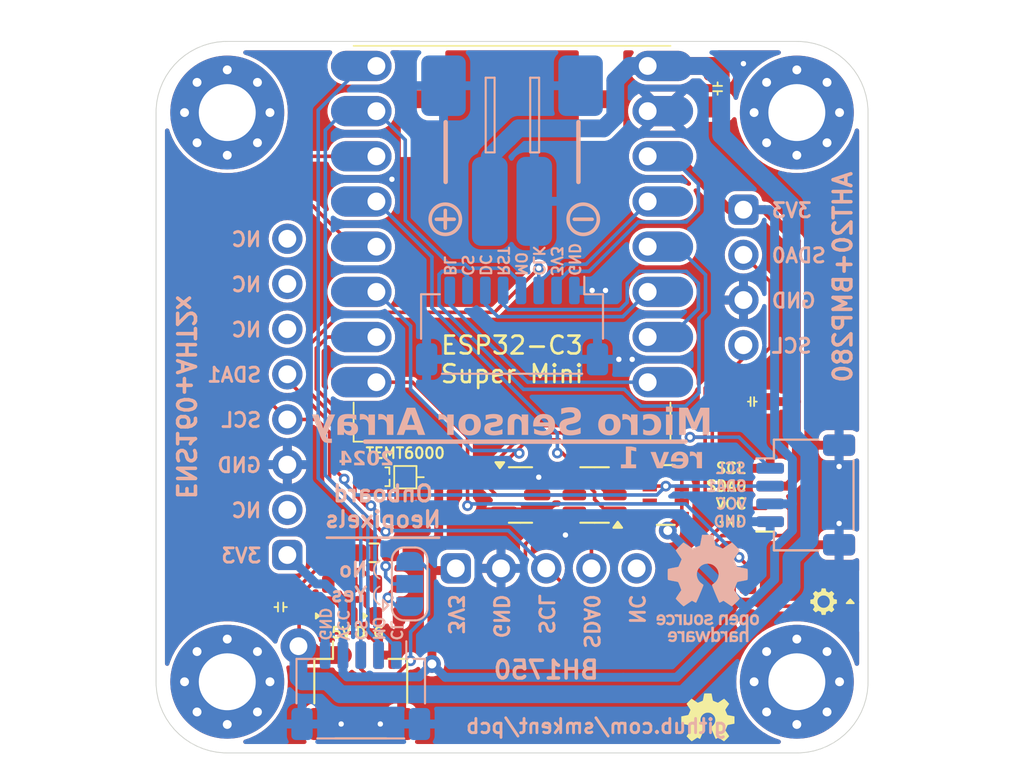
<source format=kicad_pcb>
(kicad_pcb (version 20240108) (generator "pcbnew") (generator_version "8.0")
  (layers (0 "F.Cu" signal) (31 "B.Cu" signal) (34 "B.Paste" user) (35 "F.Paste" user) (36 "B.SilkS" user "B.Silkscreen") (37 "F.SilkS" user "F.Silkscreen") (38 "B.Mask" user) (39 "F.Mask" user) (44 "Edge.Cuts" user))
  (net 0 "")
  (net 1 "LUX_SENSE")
  (net 2 "GND")
  (net 3 "+5V")
  (net 4 "Net-(LED1-A)")
  (net 5 "SEL")
  (net 6 "SDA")
  (net 7 "BUS1_SDA")
  (net 8 "BUS0_SDA")
  (net 9 "LED_STATUS")
  (net 10 "+3V3")
  (net 11 "SCL")
  (net 12 "NEOPIXEL_DATA")
  (net 13 "LCD_DC")
  (net 14 "SPI_MOSI")
  (net 15 "LCD_RESET")
  (net 16 "LCD_CS")
  (net 17 "SPI_CLK")
  (net 18 "LCD_BACKLIGHT")
  (net 19 "SR_CS")
  (net 20 "Net-(Q1A-G)")
  (net 28 "Net-(LED2-DOUT)")
  (net 29 "NEOPIXELS")
  (net 30 "Net-(JP1-C)")
  (net 31 "Net-(JP1-A)")
  (footprint "custom:JST_SH_SM04B-SRSS-TB_1x04-1MP_P1.00mm_Horizontal" (layer "F.Cu") (at 136.5 65.5 90)
    (property "Reference" "J1")
    (property "Value" "JST SH")
  )
  (footprint "custom:R_0603_1608Metric_Pad0.98x0.95mm_HandSolder_simple" (layer "F.Cu") (at 133.25 71.5 -90)
    (property "Reference" "R1" (hide yes))
    (property "Value" "5K1")
  )
  (footprint "Package_TO_SOT_SMD:SOT-23" (layer "F.Cu") (at 120.475 65.5)
    (property "Reference" "Q2" (hide yes))
    (property "Value" "BSS138")
  )
  (footprint "custom:PinSocket_1x08_P2.54mm_Horizontal_descending_simple" (layer "F.Cu") (at 107.375 51.095)
    (property "Reference" "U3" (hide yes))
    (property "Value" "~")
  )
  (footprint "custom:C_0603_1608Metric_Pad1.08x0.95mm_HandSolder" (layer "F.Cu") (at 133.5 60.25 180)
    (property "Reference" "C3" (hide yes))
    (property "Value" "10u")
  )
  (footprint "custom:C_0805_2012Metric_Pad1.18x1.45mm_HandSolder" (layer "F.Cu") (at 107 71.75 180)
    (property "Reference" "C2" (hide yes))
    (property "Value" "22u")
  )
  (footprint "Package_TO_SOT_SMD:SOT-23-6" (layer "F.Cu") (at 124.6375 65.5 180)
    (property "Reference" "Q1" (hide yes))
    (property "Value" "2N7002DW")
  )
  (footprint "lcsc:LED-SMD_4P-L2.0-W2.0-BR-1" (layer "F.Cu") (at 113 71.4 -90)
    (property "Reference" "LED2")
    (property "Value" "WS2812B-2020")
  )
  (footprint "Resistor_SMD:R_Array_Convex_4x0603" (layer "F.Cu") (at 128.6375 65.5)
    (property "Reference" "RN1" (hide yes))
    (property "Value" "10K")
  )
  (footprint "MountingHole:MountingHole_3.2mm_M3_Pad_Via" (layer "F.Cu") (at 136 76)
    (property "Reference" "REF**" (hide yes))
    (property "Value" "MountingHole_3.2mm_M3_Pad_Via")
  )
  (footprint "graphics:icon-gear-1.5mm" (layer "F.Cu") (at 137.5 71.5 90)
    (property "Reference" "G***" (hide yes))
    (property "Value" "LOGO" (hide yes))
  )
  (footprint "custom:R_0603_1608Metric_Pad0.98x0.95mm_HandSolder_simple" (layer "F.Cu") (at 114 66.5)
    (property "Reference" "R2" (hide yes))
    (property "Value" "10K")
  )
  (footprint "custom:PinSocket_1x05_P2.54mm_Horizontal_simple" (layer "F.Cu") (at 116.84 69.625 90)
    (property "Reference" "U4" (hide yes))
    (property "Value" "~")
  )
  (footprint "MountingHole:MountingHole_3.2mm_M3_Pad_Via" (layer "F.Cu") (at 104 44)
    (property "Reference" "REF**" (hide yes))
    (property "Value" "MountingHole_3.2mm_M3_Pad_Via")
  )
  (footprint "lcsc:LED-SMD_4P-L2.0-W2.0-BR-1" (layer "F.Cu") (at 110.325 71.4 -90)
    (property "Reference" "LED3")
    (property "Value" "WS2812B-2020")
  )
  (footprint "MountingHole:MountingHole_3.2mm_M3_Pad_Via" (layer "F.Cu") (at 136 44)
    (property "Reference" "REF**" (hide yes))
    (property "Value" "MountingHole_3.2mm_M3_Pad_Via")
  )
  (footprint "aliexpress:ESP32-C3-Super-Mini-Castellated-SMD" (layer "F.Cu") (at 120 49)
    (property "Reference" "U1" (hide yes))
    (property "Value" "~")
  )
  (footprint "custom:C_0805_2012Metric_Pad1.18x1.45mm_HandSolder" (layer "F.Cu") (at 131.5 42.65 -90)
    (property "Reference" "C1" (hide yes))
    (property "Value" "22u")
  )
  (footprint "MountingHole:MountingHole_3.2mm_M3_Pad_Via" (layer "F.Cu") (at 104 76)
    (property "Reference" "REF**" (hide yes))
    (property "Value" "MountingHole_3.2mm_M3_Pad_Via")
  )
  (footprint "graphics:oshw-logo-3mm" (layer "F.Cu") (at 131 78)
    (property "Reference" "G***" (hide yes))
    (property "Value" "LOGO" (hide yes))
  )
  (footprint "custom:SENSORS-SMD_TEMT6000X01_HandSolder" (layer "F.Cu") (at 114 64.5)
    (property "Reference" "U5" (hide yes))
    (property "Value" "TEMT6000X01")
  )
  (footprint "custom:LED_0603_1608Metric_Pad1.05x0.95mm_HandSolder_simple" (layer "F.Cu") (at 139 71.5 -90)
    (property "Reference" "LED1" (hide yes))
    (property "Value" "Blue")
  )
  (footprint "Resistor_SMD:R_0603_1608Metric_Pad0.98x0.95mm_HandSolder" (layer "F.Cu") (at 112.25 68.75)
    (property "Reference" "R3" (hide yes))
    (property "Value" "100R")
  )
  (footprint "custom:JST_SH_SM03B-SRSS-TB_1x03-1MP_P1.00mm_Horizontal" (layer "F.Cu") (at 111.5 76.5)
    (property "Reference" "J3")
    (property "Value" "JST SH")
  )
  (footprint "custom:PinSocket_1x04_P2.54mm_Horizontal_descending_simple" (layer "F.Cu") (at 133 57.08 180)
    (property "Reference" "U2" (hide yes))
    (property "Value" "~")
  )
  (footprint "custom:JST_SH_SM04B-SRSS-TB_1x04-1MP_P1.00mm_Horizontal" (layer "B.Cu") (at 136.5 65.5 -90)
    (property "Reference" "J2")
    (property "Value" "JST SH")
  )
  (footprint "custom:JST_SH_SM08B-SRSS-TB_1x08-1MP_P1.00mm_Horizontal" (layer "B.Cu") (at 120 56 180)
    (property "Reference" "J4")
    (property "Value" "JST SH")
  )
  (footprint "custom:JST_SH_SM05B-SRSS-TB_1x05-1MP_P1.00mm_Horizontal" (layer "B.Cu") (at 111.5 76.5 180)
    (property "Reference" "J5")
    (property "Value" "JST SH")
  )
  (footprint "custom:Conn_Combo_JST-1x02-XH_PH-SMD-pad2gnd" (layer "B.Cu") (at 120.000114 48.240541)
    (property "Reference" "J0" (hide yes))
    (property "Value" "JST XH/PH")
  )
  (footprint "Jumper:SolderJumper-3_P1.3mm_Open_RoundedPad1.0x1.5mm" (layer "B.Cu") (at 114.25 70.5 90)
    (property "Reference" "JP1" (hide yes))
    (property "Value" "Open")
  )
  (footprint "Symbol:OSHW-Logo_5.7x6mm_SilkScreen" (layer "B.Cu") (at 131 70.75 180)
    (property "Reference" "REF**" (hide yes))
    (property "Value" "OSHW-Logo_5.7x6mm_SilkScreen" (hide yes))
  )
  (gr_arc (start 112.559016 71.649999) (mid 112.25 71.15) (end 112.559016 70.650001) (stroke (width 0.1)) (layer "B.SilkS"))
  (gr_arc (start 112.559016 70.199998) (mid 112.249999 69.699999) (end 112.559016 69.2) (stroke (width 0.1)) (layer "B.SilkS"))
  (gr_line (start 116.25 50.5) (end 116.25 49.5) (stroke (width 0.2)) (layer "B.SilkS"))
  (gr_circle (center 124 50) (end 123.15 50) (stroke (width 0.2)) (fill none) (layer "B.SilkS"))
  (gr_line (start 116.75 50) (end 115.75 50) (stroke (width 0.2)) (layer "B.SilkS"))
  (gr_line (start 129.75 62.5) (end 111.75 62.5) (stroke (width 0.25)) (layer "B.SilkS"))
  (gr_circle (center 116.25 50) (end 115.4 50) (stroke (width 0.2)) (fill none) (layer "B.SilkS"))
  (gr_line (start 124.5 50) (end 123.5 50) (stroke (width 0.2)) (layer "B.SilkS"))
  (gr_line (start 115.9 67.9) (end 109.6 67.9) (stroke (width 0.15)) (layer "B.SilkS"))
  (gr_poly (pts (xy 104 40) (xy 103.80361 40.002394) (xy 103.412722 40.040893) (xy 103.02749 40.117521) (xy 102.651623 40.231539) (xy 102.288742 40.381849) (xy 101.942341 40.567004) (xy 101.615757 40.78522) (xy 101.312134 41.034397) (xy 101.034397 41.312134) (xy 100.78522 41.615757) (xy 100.567004 41.942341) (xy 100.381849 42.288742) (xy 100.231539 42.651623) (xy 100.117521 43.02749) (xy 100.040893 43.412722) (xy 100.002394 43.80361) (xy 100 44) (xy 100 54) (xy 100 66) (xy 100 76) (xy 100.002394 76.19639) (xy 100.040893 76.587278) (xy 100.117521 76.97251) (xy 100.231539 77.348377) (xy 100.381849 77.711258) (xy 100.567004 78.057659) (xy 100.78522 78.384243) (xy 101.034397 78.687866) (xy 101.312134 78.965603) (xy 101.615757 79.21478) (xy 101.942341 79.432996) (xy 102.288742 79.618151) (xy 102.651623 79.768461) (xy 103.02749 79.882479) (xy 103.412722 79.959107) (xy 103.80361 79.997606) (xy 104 80) (xy 136 80) (xy 136.19639 79.997606) (xy 136.587278 79.959107) (xy 136.97251 79.882479) (xy 137.348377 79.768461) (xy 137.711258 79.618151) (xy 138.057659 79.432996) (xy 138.384243 79.21478) (xy 138.687866 78.965603) (xy 138.965603 78.687866) (xy 139.21478 78.384243) (xy 139.432996 78.057659) (xy 139.618151 77.711258) (xy 139.768461 77.348377) (xy 139.882479 76.97251) (xy 139.959107 76.587278) (xy 139.997606 76.19639) (xy 140 76) (xy 140 66) (xy 140 54) (xy 140 44) (xy 139.997606 43.80361) (xy 139.959107 43.412722) (xy 139.882479 43.02749) (xy 139.768461 42.651623) (xy 139.618151 42.288742) (xy 139.432996 41.942341) (xy 139.21478 41.615757) (xy 138.965603 41.312134) (xy 138.687866 41.034397) (xy 138.384243 40.78522) (xy 138.057659 40.567004) (xy 137.711258 40.381849) (xy 137.348377 40.231539) (xy 136.97251 40.117521) (xy 136.587278 40.040893) (xy 136.19639 40.002394) (xy 136 40)) (stroke (width 0.05)) (fill none) (layer "Edge.Cuts"))
  (gr_text "GND" (at 119.38 71 270) (layer "B.SilkS") (effects (font (size 0.8 0.8) (thickness 0.16) (bold yes)) (justify right mirror)))
  (gr_text "NC" (at 127 71 270) (layer "B.SilkS") (effects (font (size 0.8 0.8) (thickness 0.16) (bold yes)) (justify right mirror)))
  (gr_text "3V3" (at 106 68.91 0) (layer "B.SilkS") (effects (font (size 0.8 0.8) (thickness 0.16) (bold yes)) (justify left mirror)))
  (gr_text "CS" (at 117.5 53.25 -90) (layer "B.SilkS") (effects (font (size 0.6 0.6) (thickness 0.12) (bold yes)) (justify left mirror)))
  (gr_text "Micro Sensor Array" (at 120 61.5 -0) (layer "B.SilkS") (effects (font (size 1.5 1.5) (thickness 0.3) (bold yes)) (justify mirror)))
  (gr_text "GND" (at 109.5 73.75 -90) (layer "B.SilkS") (effects (font (size 0.6 0.6) (thickness 0.12) (bold yes)) (justify left mirror)))
  (gr_text "SDA1" (at 106 58.75 0) (layer "B.SilkS") (effects (font (size 0.8 0.8) (thickness 0.16) (bold yes)) (justify left mirror)))
  (gr_text "No" (at 111.95 69.699999 0) (layer "B.SilkS") (effects (font (size 0.8 0.8) (thickness 0.16) (bold yes)) (justify left mirror)))
  (gr_text "Onboard\nNeopixels" (at 112.75 67.4 0) (layer "B.SilkS") (effects (font (size 0.9 0.9) (thickness 0.18) (bold yes)) (justify bottom mirror)))
  (gr_text "MO" (at 112.5 73.75 -90) (layer "B.SilkS") (effects (font (size 0.6 0.6) (thickness 0.12) (bold yes)) (justify left mirror)))
  (gr_text "SDA0" (at 124.46 71 270) (layer "B.SilkS") (effects (font (size 0.8 0.8) (thickness 0.16) (bold yes)) (justify right mirror)))
  (gr_text "rev 1" (at 126 63.5 0) (layer "B.SilkS") (effects (font (size 1.2 1.2) (thickness 0.24) (bold yes)) (justify right mirror)))
  (gr_text "github.com/smkent/pcb" (at 124.75 78.5 0) (layer "B.SilkS") (effects (font (size 0.8 0.8) (thickness 0.16) (bold yes)) (justify mirror)))
  (gr_text "GND" (at 123.5 53.25 -90) (layer "B.SilkS") (effects (font (size 0.6 0.6) (thickness 0.12) (bold yes)) (justify left mirror)))
  (gr_text "BL" (at 116.5 53.25 -90) (layer "B.SilkS") (effects (font (size 0.6 0.6) (thickness 0.12) (bold yes)) (justify left mirror)))
  (gr_text "SCL" (at 121.92 71 270) (layer "B.SilkS") (effects (font (size 0.8 0.8) (thickness 0.16) (bold yes)) (justify right mirror)))
  (gr_text "RST" (at 119.5 53.25 -90) (layer "B.SilkS") (effects (font (size 0.6 0.6) (thickness 0.12) (bold yes)) (justify left mirror)))
  (gr_text "NC" (at 106 56.21 0) (layer "B.SilkS") (effects (font (size 0.8 0.8) (thickness 0.16) (bold yes)) (justify left mirror)))
  (gr_text "AHT20+BMP280" (at 138 53.25 90) (layer "B.SilkS") (effects (font (size 1 1) (thickness 0.2) (bold yes)) (justify top mirror)))
  (gr_text "MO" (at 120.5 53.25 -90) (layer "B.SilkS") (effects (font (size 0.6 0.6) (thickness 0.12) (bold yes)) (justify left mirror)))
  (gr_text "VCC" (at 133.25 66 0) (layer "B.SilkS") (effects (font (size 0.6 0.6) (thickness 0.12) (bold yes)) (justify left mirror)))
  (gr_text "VCC" (at 110.5 73.75 -90) (layer "B.SilkS") (effects (font (size 0.6 0.6) (thickness 0.12) (bold yes)) (justify left mirror)))
  (gr_text "GND" (at 106 63.83 0) (layer "B.SilkS") (effects (font (size 0.8 0.8) (thickness 0.16) (bold yes)) (justify left mirror)))
  (gr_text "DC" (at 118.5 53.25 -90) (layer "B.SilkS") (effects (font (size 0.6 0.6) (thickness 0.12) (bold yes)) (justify left mirror)))
  (gr_text "BH1750" (at 121.92 74.75 0) (layer "B.SilkS") (effects (font (size 1 1) (thickness 0.2) (bold yes)) (justify top mirror)))
  (gr_text "3V3" (at 122.5 53.25 -90) (layer "B.SilkS") (effects (font (size 0.6 0.6) (thickness 0.12) (bold yes)) (justify left mirror)))
  (gr_text "ENS160+AHT2x" (at 102.25 60 -90) (layer "B.SilkS") (effects (font (size 1 1) (thickness 0.2) (bold yes)) (justify top mirror)))
  (gr_text "NC" (at 106 51.13 0) (layer "B.SilkS") (effects (font (size 0.8 0.8) (thickness 0.16) (bold yes)) (justify left mirror)))
  (gr_text "SCL" (at 134.5 57.12 0) (layer "B.SilkS") (effects (font (size 0.8 0.8) (thickness 0.16) (bold yes)) (justify right mirror)))
  (gr_text "CL" (at 113.5 73.75 -90) (layer "B.SilkS") (effects (font (size 0.6 0.6) (thickness 0.12) (bold yes)) (justify left mirror)))
  (gr_text "GND" (at 134.5 54.58 0) (layer "B.SilkS") (effects (font (size 0.8 0.8) (thickness 0.16) (bold yes)) (justify right mirror)))
  (gr_text "SDA1" (at 133.25 65 0) (layer "B.SilkS") (effects (font (size 0.6 0.6) (thickness 0.12) (bold yes)) (justify left mirror)))
  (gr_text "NC" (at 106 53.67 0) (layer "B.SilkS") (effects (font (size 0.8 0.8) (thickness 0.16) (bold yes)) (justify left mirror)))
  (gr_text "NC" (at 106 66.37 0) (layer "B.SilkS") (effects (font (size 0.8 0.8) (thickness 0.16) (bold yes)) (justify left mirror)))
  (gr_text "CS" (at 111.5 73.75 -90) (layer "B.SilkS") (effects (font (size 0.6 0.6) (thickness 0.12) (bold yes)) (justify left mirror)))
  (gr_text "SDA0" (at 134.5 52.04 0) (layer "B.SilkS") (effects (font (size 0.8 0.8) (thickness 0.16) (bold yes)) (justify right mirror)))
  (gr_text "3V3" (at 134.5 49.5 0) (layer "B.SilkS") (effects (font (size 0.8 0.8) (thickness 0.16) (bold yes)) (justify right mirror)))
  (gr_text "CLK" (at 121.5 53.25 -90) (layer "B.SilkS") (effects (font (size 0.6 0.6) (thickness 0.12) (bold yes)) (justify left mirror)))
  (gr_text "SCL" (at 106 61.29 0) (layer "B.SilkS") (effects (font (size 0.8 0.8) (thickness 0.16) (bold yes)) (justify left mirror)))
  (gr_text "GND" (at 133.25 67 0) (layer "B.SilkS") (effects (font (size 0.6 0.6) (thickness 0.12) (bold yes)) (justify left mirror)))
  (gr_text "2024" (at 110.25 63.5 0) (layer "B.SilkS") (effects (font (size 0.8 0.8) (thickness 0.24) (bold yes)) (justify right mirror)))
  (gr_text "SCL" (at 133.2 64 0) (layer "B.SilkS") (effects (font (size 0.6 0.6) (thickness 0.12) (bold yes)) (justify left mirror)))
  (gr_text "Yes" (at 111.95 71.1 0) (layer "B.SilkS") (effects (font (size 0.8 0.8) (thickness 0.16) (bold yes)) (justify left mirror)))
  (gr_text "3V3" (at 116.84 71 270) (layer "B.SilkS") (effects (font (size 0.8 0.8) (thickness 0.16) (bold yes)) (justify right mirror)))
  (gr_text "VCC" (at 133.25 66 0) (layer "F.SilkS") (effects (font (size 0.6 0.6) (thickness 0.12) (bold yes)) (justify right)))
  (gr_text "SCL" (at 133.2 64 0) (layer "F.SilkS") (effects (font (size 0.6 0.6) (thickness 0.12) (bold yes)) (justify right)))
  (gr_text "SDA0" (at 133.25 65 0) (layer "F.SilkS") (effects (font (size 0.6 0.6) (thickness 0.12) (bold yes)) (justify right)))
  (gr_text "5V" (at 110.4 73.6 0) (layer "F.SilkS") (effects (font (size 0.6 0.6) (thickness 0.12) (bold yes)) (justify bottom)))
  (gr_text "G" (at 112.5 73.6 0) (layer "F.SilkS") (effects (font (size 0.6 0.6) (thickness 0.12) (bold yes)) (justify bottom)))
  (gr_text "GND" (at 133.25 67 0) (layer "F.SilkS") (effects (font (size 0.6 0.6) (thickness 0.12) (bold yes)) (justify right)))
  (gr_text "D" (at 111.5 73.6 0) (layer "F.SilkS") (effects (font (size 0.6 0.6) (thickness 0.12) (bold yes)) (justify bottom)))
  (gr_text "TEMT6000" (at 114 63.5 0) (layer "F.SilkS") (effects (font (size 0.6 0.6) (thickness 0.12) (bold yes)) (justify bottom)))
  (segment (start 111.69 63.94) (end 110.95 63.2) (width 0.2) (layer "F.Cu") (net 1))
  (segment (start 109 59.535) (end 109 57.25) (width 0.2) (layer "F.Cu") (net 1))
  (segment (start 112.77 63.94) (end 112.12 63.94) (width 0.2) (layer "F.Cu") (net 1))
  (segment (start 113.0875 64.2575) (end 112.77 63.94) (width 0.2) (layer "F.Cu") (net 1))
  (segment (start 109.63 56.62) (end 112.38 56.62) (width 0.2) (layer "F.Cu") (net 1))
  (segment (start 110.95 63.2) (end 110.95 61.485) (width 0.2) (layer "F.Cu") (net 1))
  (segment (start 112.12 63.94) (end 111.69 63.94) (width 0.2) (layer "F.Cu") (net 1))
  (segment (start 113.0875 66.5) (end 113.0875 64.2575) (width 0.2) (layer "F.Cu") (net 1))
  (segment (start 109 57.25) (end 109.63 56.62) (width 0.2) (layer "F.Cu") (net 1))
  (segment (start 110.95 61.485) (end 109 59.535) (width 0.2) (layer "F.Cu") (net 1))
  (segment (start 111.415686 72.85) (end 112.5 73.934314) (width 0.2) (layer "F.Cu") (net 2))
  (segment (start 110.975 72.725) (end 111.1 72.85) (width 0.2) (layer "F.Cu") (net 2))
  (segment (start 111.1 72.85) (end 111.415686 72.85) (width 0.2) (layer "F.Cu") (net 2))
  (segment (start 112.5 73.934314) (end 112.5 74.5) (width 0.2) (layer "F.Cu") (net 2))
  (segment (start 110.975 72.3) (end 110.975 72.725) (width 0.2) (layer "F.Cu") (net 2))
  (via (at 121.5 64.5) (size 0.6) (drill 0.3) (layers "F.Cu" "B.Cu") (net 2))
  (via (at 110.4 78.375) (size 0.6) (drill 0.3) (layers "F.Cu" "B.Cu") (net 2))
  (via (at 138.375 67.1) (size 0.6) (drill 0.3) (layers "F.Cu" "B.Cu") (net 2))
  (via (at 123 67.75) (size 0.6) (drill 0.3) (layers "F.Cu" "B.Cu") (net 2))
  (via (at 126.75 57.875) (size 0.6) (drill 0.3) (layers "F.Cu" "B.Cu") (net 2))
  (via (at 124.5 54) (size 0.6) (drill 0.3) (layers "F.Cu" "B.Cu") (net 2))
  (via (at 138.375 63.9) (size 0.6) (drill 0.3) (layers "F.Cu" "B.Cu") (net 2))
  (via (at 133 41.25) (size 0.6) (drill 0.3) (layers "F.Cu" "B.Cu") (net 2))
  (via (at 112.6 78.375) (size 0.6) (drill 0.3) (layers "F.Cu" "B.Cu") (net 2))
  (via (at 113.25 47.75) (size 0.6) (drill 0.3) (layers "F.Cu" "B.Cu") (net 2))
  (via (at 126 57.875) (size 0.6) (drill 0.3) (layers "F.Cu" "B.Cu") (net 2))
  (via (at 125.25 54) (size 0.6) (drill 0.3) (layers "F.Cu" "B.Cu") (net 2))
  (segment (start 134.5 67) (end 134.75 67) (width 0.2) (layer "B.Cu") (net 2))
  (segment (start 108.0375 71.2125) (end 108.0375 71.75) (width 0.2) (layer "F.Cu") (net 3))
  (segment (start 109.675 70.5) (end 108.75 70.5) (width 0.2) (layer "F.Cu") (net 3))
  (segment (start 108 74) (end 108.5 74.5) (width 1) (layer "F.Cu") (net 3))
  (segment (start 111.55 69.7) (end 110.475 69.7) (width 0.2) (layer "F.Cu") (net 3))
  (segment (start 109.5 74.5) (end 108.0375 73.0375) (width 0.2) (layer "F.Cu") (net 3))
  (segment (start 108.75 70.5) (end 108.0375 71.2125) (width 0.2) (layer "F.Cu") (net 3))
  (segment (start 110.5 74.5) (end 109.5 74.5) (width 0.2) (layer "F.Cu") (net 3))
  (segment (start 127.62 41.38) (end 131.2675 41.38) (width 1) (layer "F.Cu") (net 3))
  (segment (start 108.0375 73.0375) (end 108.0375 71.75) (width 0.2) (layer "F.Cu") (net 3))
  (segment (start 131.2675 41.38) (end 131.5 41.6125) (width 1) (layer "F.Cu") (net 3))
  (segment (start 108.5 74.5) (end 110.5 74.5) (width 1) (layer "F.Cu") (net 3))
  (segment (start 110.475 69.7) (end 109.675 70.5) (width 0.2) (layer "F.Cu") (net 3))
  (segment (start 112.35 70.5) (end 111.55 69.7) (width 0.2) (layer "F.Cu") (net 3))
  (via (at 108 74) (size 2) (drill 1) (layers "F.Cu" "B.Cu") (net 3))
  (segment (start 135.7 62.106498) (end 136.7 63.106498) (width 1) (layer "B.Cu") (net 3))
  (segment (start 126.62 41.38) (end 127.62 41.38) (width 1) (layer "B.Cu") (net 3))
  (segment (start 118.750114 46.490541) (end 119.796671 45.443984) (width 1) (layer "B.Cu") (net 3))
  (segment (start 131.75 42.25) (end 131.75 45.265433) (width 1) (layer "B.Cu") (net 3))
  (segment (start 135.7 69.05) (end 135.7 70.643503) (width 1) (layer "B.Cu") (net 3))
  (segment (start 125.800114 44.236413) (end 125.800114 42.199886) (width 1) (layer "B.Cu") (net 3))
  (segment (start 120.359459 44.890541) (end 125.145986 44.890541) (width 1) (layer "B.Cu") (net 3))
  (segment (start 118.750114 48.990541) (end 118.750114 46.490541) (width 1) (layer "B.Cu") (net 3))
  (segment (start 135.7 70.643503) (end 129.643503 76.7) (width 1) (layer "B.Cu") (net 3))
  (segment (start 108 75.75) (end 108 74) (width 1) (layer "B.Cu") (net 3))
  (segment (start 110.356498 76.7) (end 109.631498 75.975) (width 1) (layer "B.Cu") (net 3))
  (segment (start 125.145986 44.890541) (end 125.800114 44.236413) (width 1) (layer "B.Cu") (net 3))
  (segment (start 109.631498 75.975) (end 108.225 75.975) (width 1) (layer "B.Cu") (net 3))
  (segment (start 129.643503 76.7) (end 110.356498 76.7) (width 1) (layer "B.Cu") (net 3))
  (segment (start 135.7 49.215433) (end 135.7 62.106498) (width 1) (layer "B.Cu") (net 3))
  (segment (start 108.225 75.975) (end 108 75.75) (width 1) (layer "B.Cu") (net 3))
  (segment (start 127.62 41.38) (end 130.88 41.38) (width 1) (layer "B.Cu") (net 3))
  (segment (start 136.7 63.106498) (end 136.7 68.05) (width 1) (layer "B.Cu") (net 3))
  (segment (start 131.75 45.265433) (end 135.7 49.215433) (width 1) (layer "B.Cu") (net 3))
  (segment (start 125.800114 42.199886) (end 126.62 41.38) (width 1) (layer "B.Cu") (net 3))
  (segment (start 136.7 68.05) (end 135.7 69.05) (width 1) (layer "B.Cu") (net 3))
  (segment (start 130.88 41.38) (end 131.75 42.25) (width 1) (layer "B.Cu") (net 3))
  (segment (start 119.796671 45.443984) (end 119.806016 45.443984) (width 1) (layer "B.Cu") (net 3))
  (segment (start 119.806016 45.443984) (end 120.359459 44.890541) (width 1) (layer "B.Cu") (net 3))
  (segment (start 134.45625 71.75) (end 137.8125 71.75) (width 0.2) (layer "F.Cu") (net 4))
  (segment (start 138.4375 72.375) (end 139 72.375) (width 0.2) (layer "F.Cu") (net 4))
  (segment (start 137.8125 71.75) (end 138.4375 72.375) (width 0.2) (layer "F.Cu") (net 4))
  (segment (start 133.79375 72.4125) (end 134.45625 71.75) (width 0.2) (layer "F.Cu") (net 4))
  (segment (start 133.25 72.4125) (end 133.79375 72.4125) (width 0.2) (layer "F.Cu") (net 4))
  (segment (start 119.5375 63.737634) (end 120.875134 62.4) (width 0.2) (layer "F.Cu") (net 5))
  (segment (start 122.653052 62.4) (end 124.4625 64.209448) (width 0.2) (layer "F.Cu") (net 5))
  (segment (start 124.4625 64.540552) (end 125.421948 65.5) (width 0.2) (layer "F.Cu") (net 5))
  (segment (start 120.875134 62.4) (end 122.653052 62.4) (width 0.2) (layer "F.Cu") (net 5))
  (segment (start 125.421948 65.5) (end 125.775 65.5) (width 0.2) (layer "F.Cu") (net 5))
  (segment (start 124.4625 64.209448) (end 124.4625 64.540552) (width 0.2) (layer "F.Cu") (net 5))
  (segment (start 119.5375 64.55) (end 119.5375 63.737634) (width 0.2) (layer "F.Cu") (net 5))
  (via (at 120.403989 63.153989) (size 0.6) (drill 0.3) (layers "F.Cu" "B.Cu") (net 5))
  (segment (start 120.403989 63.153989) (end 120.25 63) (width 0.2) (layer "B.Cu") (net 5))
  (segment (start 114.3 56) (end 112.38 54.08) (width 0.2) (layer "B.Cu") (net 5))
  (segment (start 114.3 59.55) (end 114.3 56) (width 0.2) (layer "B.Cu") (net 5))
  (segment (start 120.25 63) (end 117.75 63) (width 0.2) (layer "B.Cu") (net 5))
  (segment (start 117.75 63) (end 114.3 59.55) (width 0.2) (layer "B.Cu") (net 5))
  (segment (start 123.5 64.55) (end 123.853052 64.55) (width 0.2) (layer "F.Cu") (net 6))
  (segment (start 124.6375 65.334448) (end 124.6375 65.75) (width 0.2) (layer "F.Cu") (net 6))
  (segment (start 122.828788 63.141422) (end 123.5 63.812634) (width 0.2) (layer "F.Cu") (net 6))
  (segment (start 123.853052 64.55) (end 124.6375 65.334448) (width 0.2) (layer "F.Cu") (net 6))
  (segment (start 125.3375 66.45) (end 125.775 66.45) (width 0.2) (layer "F.Cu") (net 6))
  (segment (start 123.5 63.812634) (end 123.5 64.55) (width 0.2) (layer "F.Cu") (net 6))
  (segment (start 124.6375 65.75) (end 125.3375 66.45) (width 0.2) (layer "F.Cu") (net 6))
  (segment (start 122.545944 63.141422) (end 122.828788 63.141422) (width 0.2) (layer "F.Cu") (net 6))
  (via (at 122.545944 63.141422) (size 0.6) (drill 0.3) (layers "F.Cu" "B.Cu") (net 6))
  (segment (start 115.5 54.981238) (end 115.5 52.12) (width 0.2) (layer "B.Cu") (net 6))
  (segment (start 115.5 52.12) (end 112.38 49) (width 0.2) (layer "B.Cu") (net 6))
  (segment (start 122.545944 63.141422) (end 122.545944 62.027182) (width 0.2) (layer "B.Cu") (net 6))
  (segment (start 122.545944 62.027182) (end 115.5 54.981238) (width 0.2) (layer "B.Cu") (net 6))
  (segment (start 127.8375 65) (end 127.7375 65.1) (width 0.2) (layer "F.Cu") (net 7))
  (segment (start 127.7375 65.1) (end 127.1375 65.1) (width 0.2) (layer "F.Cu") (net 7))
  (segment (start 110.15 61.816372) (end 107.375 59.041372) (width 0.2) (layer "F.Cu") (net 7))
  (segment (start 126.5875 64.55) (end 125.775 64.55) (width 0.2) (layer "F.Cu") (net 7))
  (segment (start 127.1375 65.1) (end 126.5875 64.55) (width 0.2) (layer "F.Cu") (net 7))
  (segment (start 128.637498 65) (end 127.8375 65) (width 0.2) (layer "F.Cu") (net 7))
  (segment (start 107.375 59.041372) (end 107.375 58.715) (width 0.2) (layer "F.Cu") (net 7))
  (segment (start 110.57 64.601162) (end 110.15 64.181162) (width 0.2) (layer "F.Cu") (net 7))
  (segment (start 110.15 64.181162) (end 110.15 61.816372) (width 0.2) (layer "F.Cu") (net 7))
  (via (at 110.57 64.601162) (size 0.6) (drill 0.3) (layers "F.Cu" "B.Cu") (net 7))
  (via (at 128.637498 65) (size 0.6) (drill 0.3) (layers "F.Cu" "B.Cu") (net 7))
  (segment (start 128.137498 65.5) (end 128.637498 65) (width 0.2) (layer "B.Cu") (net 7))
  (segment (start 111.25 65.5) (end 128.137498 65.5) (width 0.2) (layer "B.Cu") (net 7))
  (segment (start 134.5 65) (end 128.637498 65) (width 0.2) (layer "B.Cu") (net 7))
  (segment (start 110.57 64.82) (end 111.25 65.5) (width 0.2) (layer "B.Cu") (net 7))
  (segment (start 110.57 64.601162) (end 110.57 64.82) (width 0.2) (layer "B.Cu") (net 7))
  (segment (start 122.55 66.45) (end 123.5 66.45) (width 0.2) (layer "F.Cu") (net 8))
  (segment (start 134.5 53.5) (end 133 52) (width 0.2) (layer "F.Cu") (net 8))
  (segment (start 121.443654 70.775) (end 120.75 70.081346) (width 0.2) (layer "F.Cu") (net 8))
  (segment (start 122.925 71.175) (end 122.460673 70.710673) (width 0.2) (layer "F.Cu") (net 8))
  (segment (start 126.9375 66.7) (end 126.5375 67.1) (width 0.2) (layer "F.Cu") (net 8))
  (segment (start 135.217157 67.782843) (end 135.575 67.425) (width 0.2) (layer "F.Cu") (net 8))
  (segment (start 135.274999 66) (end 134.5 66) (width 0.2) (layer "F.Cu") (net 8))
  (segment (start 120.75 68.25) (end 122.55 66.45) (width 0.2) (layer "F.Cu") (net 8))
  (segment (start 131.782843 67.782843) (end 128.390686 71.175) (width 0.2) (layer "F.Cu") (net 8))
  (segment (start 134.25 66.25) (end 132 66.25) (width 0.2) (layer "F.Cu") (net 8))
  (segment (start 122.396346 70.775) (end 121.443654 70.775) (width 0.2) (layer "F.Cu") (net 8))
  (segment (start 124.15 67.1) (end 123.5 66.45) (width 0.2) (layer "F.Cu") (net 8))
  (segment (start 131.8 59.1) (end 132.265685 59.1) (width 0.2) (layer "F.Cu") (net 8))
  (segment (start 135.575 66.300001) (end 135.274999 66) (width 0.2) (layer "F.Cu") (net 8))
  (segment (start 124.46 67.16) (end 124.4 67.1) (width 0.2) (layer "F.Cu") (net 8))
  (segment (start 131.782843 67.782843) (end 135.217157 67.782843) (width 0.2) (layer "F.Cu") (net 8))
  (segment (start 122.460673 70.710673) (end 122.396346 70.775) (width 0.2) (layer "F.Cu") (net 8))
  (segment (start 135.575 67.425) (end 135.575 66.300001) (width 0.2) (layer "F.Cu") (net 8))
  (segment (start 133.476346 58.23) (end 134.5 57.206346) (width 0.2) (layer "F.Cu") (net 8))
  (segment (start 133.135685 58.23) (end 133.476346 58.23) (width 0.2) (layer "F.Cu") (net 8))
  (segment (start 132 66.25) (end 131.25 65.5) (width 0.2) (layer "F.Cu") (net 8))
  (segment (start 124.46 69.625) (end 124.46 67.16) (width 0.2) (layer "F.Cu") (net 8))
  (segment (start 124.4 67.1) (end 124.15 67.1) (width 0.2) (layer "F.Cu") (net 8))
  (segment (start 127.7375 66.7) (end 126.9375 66.7) (width 0.2) (layer "F.Cu") (net 8))
  (segment (start 131.25 59.65) (end 131.8 59.1) (width 0.2) (layer "F.Cu") (net 8))
  (segment (start 120.75 70.081346) (end 120.75 68.25) (width 0.2) (layer "F.Cu") (net 8))
  (segment (start 131.25 65.5) (end 131.25 59.65) (width 0.2) (layer "F.Cu") (net 8))
  (segment (start 132.265685 59.1) (end 133.135685 58.23) (width 0.2) (layer "F.Cu") (net 8))
  (segment (start 134.5 66) (end 134.25 66.25) (width 0.2) (layer "F.Cu") (net 8))
  (segment (start 128.390686 71.175) (end 122.925 71.175) (width 0.2) (layer "F.Cu") (net 8))
  (segment (start 134.5 57.206346) (end 134.5 53.5) (width 0.2) (layer "F.Cu") (net 8))
  (segment (start 126.5375 67.1) (end 124.15 67.1) (width 0.2) (layer "F.Cu") (net 8))
  (segment (start 117.5 62.25) (end 114.41 59.16) (width 0.2) (layer "F.Cu") (net 9))
  (segment (start 117.5 66.1) (end 117.5 62.25) (width 0.2) (layer "F.Cu") (net 9))
  (segment (start 132.75 69) (end 133.25 69.5) (width 0.2) (layer "F.Cu") (net 9))
  (segment (start 133.25 69.5) (end 133.25 70.5875) (width 0.2) (layer "F.Cu") (net 9))
  (segment (start 114.41 59.16) (end 112.38 59.16) (width 0.2) (layer "F.Cu") (net 9))
  (via (at 117.5 66.1) (size 0.6) (drill 0.3) (layers "F.Cu" "B.Cu") (net 9))
  (via (at 132.75 69) (size 0.6) (drill 0.3) (layers "F.Cu" "B.Cu") (net 9))
  (segment (start 129.75 66) (end 132.75 69) (width 0.2) (layer "B.Cu") (net 9))
  (segment (start 117.6 66) (end 129.75 66) (width 0.2) (layer "B.Cu") (net 9))
  (segment (start 117.5 66.1) (end 117.6 66) (width 0.2) (layer "B.Cu") (net 9))
  (segment (start 115.5 69.75) (end 116.715 69.75) (width 0.5) (layer "F.Cu") (net 10))
  (segment (start 115.5 68.25) (end 115.88 67.87) (width 0.5) (layer "F.Cu") (net 10))
  (segment (start 129.5375 65.9) (end 129.5375 66.7) (width 0.2) (layer "F.Cu") (net 10))
  (segment (start 115.5 69.75) (end 115.5 68.25) (width 0.5) (layer "F.Cu") (net 10))
  (segment (start 132.21 49.46) (end 129.21 46.46) (width 0.5) (layer "F.Cu") (net 10))
  (segment (start 129.5375 65.9) (end 129.5375 64.3) (width 0.2) (layer "F.Cu") (net 10))
  (segment (start 133 49.46) (end 132.21 49.46) (width 0.5) (layer "F.Cu") (net 10))
  (segment (start 135.975 64.506238) (end 135.481238 65) (width 0.5) (layer "F.Cu") (net 10))
  (segment (start 115.88 67.87) (end 115.88 64.5) (width 0.5) (layer "F.Cu") (net 10))
  (segment (start 135.975 51.225) (end 134.21 49.46) (width 0.5) (layer "F.Cu") (net 10))
  (segment (start 129.21 46.46) (end 127.62 46.46) (width 0.5) (layer "F.Cu") (net 10))
  (segment (start 135.975 60.25) (end 135.975 51.225) (width 0.5) (layer "F.Cu") (net 10))
  (segment (start 128.75 67.5) (end 128.75 67.4875) (width 0.5) (layer "F.Cu") (net 10))
  (segment (start 116.715 69.75) (end 116.84 69.625) (width 0.5) (layer "F.Cu") (net 10))
  (segment (start 135.481238 65) (end 134.5 65) (width 0.5) (layer "F.Cu") (net 10))
  (segment (start 134.21 49.46) (end 133 49.46) (width 0.5) (layer "F.Cu") (net 10))
  (segment (start 128.75 67.4875) (end 129.5375 66.7) (width 0.5) (layer "F.Cu") (net 10))
  (segment (start 115.5 75) (end 115.5 69.75) (width 0.5) (layer "F.Cu") (net 10))
  (segment (start 135.975 60.25) (end 135.975 64.506238) (width 0.5) (layer "F.Cu") (net 10))
  (segment (start 135.975 60.25) (end 134.3625 60.25) (width 0.5) (layer "F.Cu") (net 10))
  (via (at 128.75 67.5) (size 1) (drill 0.5) (layers "F.Cu" "B.Cu") (net 10))
  (via (at 115.5 75) (size 1) (drill 0.5) (layers "F.Cu" "B.Cu") (net 10))
  (segment (start 115.5 75) (end 116.25 75.75) (width 0.5) (layer "B.Cu") (net 10))
  (segment (start 134.75 62.5) (end 134.75 49.75) (width 0.5) (layer "B.Cu") (net 10))
  (segment (start 122.5 54) (end 122.5 53.584448) (width 0.2) (layer "B.Cu") (net 10))
  (segment (start 109.25 70.5) (end 109 70.5) (width 0.5) (layer "B.Cu") (net 10))
  (segment (start 128.75 67.5) (end 133.125 71.875) (width 0.5) (layer "B.Cu") (net 10))
  (segment (start 134.75 70.25) (end 134.75 68.5) (width 0.5) (layer "B.Cu") (net 10))
  (segment (start 133.125 71.875) (end 134.75 70.25) (width 0.5) (layer "B.Cu") (net 10))
  (segment (start 130.47 49.476346) (end 130.47 48.03) (width 0.2) (layer "B.Cu") (net 10))
  (segment (start 112.097316 75.725) (end 112 75.627684) (width 0.5) (layer "B.Cu") (net 10))
  (segment (start 128.9 46.46) (end 127.62 46.46) (width 0.2) (layer "B.Cu") (net 10))
  (segment (start 130.47 48.03) (end 128.9 46.46) (width 0.2) (layer "B.Cu") (net 10))
  (segment (start 134.75 68.5) (end 135.75 67.5) (width 0.5) (layer "B.Cu") (net 10))
  (segment (start 114.775 75.725) (end 112.097316 75.725) (width 0.5) (layer "B.Cu") (net 10))
  (segment (start 109.5 70.5) (end 110.5 71.5) (width 0.5) (layer "B.Cu") (net 10))
  (segment (start 110.5 71.5) (end 110.5 74.5) (width 0.5) (layer "B.Cu") (net 10))
  (segment (start 135.75 66) (end 134.5 66) (width 0.5) (layer "B.Cu") (net 10))
  (segment (start 134.75 49.75) (end 134.46 49.46) (width 0.5) (layer "B.Cu") (net 10))
  (segment (start 134.46 49.46) (end 133 49.46) (width 0.5) (layer "B.Cu") (net 10))
  (segment (start 135.75 66) (end 135.75 63.5) (width 0.5) (layer "B.Cu") (net 10))
  (segment (start 122.5 53.584448) (end 123.159448 52.925) (width 0.2) (layer "B.Cu") (net 10))
  (segment (start 109 70.5) (end 107.375 68.875) (width 0.5) (layer "B.Cu") (net 10))
  (segment (start 129.796346 50.15) (end 130.47 49.476346) (width 0.2) (layer "B.Cu") (net 10))
  (segment (start 129.25 75.75) (end 133.125 71.875) (width 0.5) (layer "B.Cu") (net 10))
  (segment (start 126.25 75.75) (end 129.25 75.75) (width 0.5) (layer "B.Cu") (net 10))
  (segment (start 135.75 63.5) (end 134.75 62.5) (width 0.5) (layer "B.Cu") (net 10))
  (segment (start 115.5 75) (end 114.775 75.725) (width 0.5) (layer "B.Cu") (net 10))
  (segment (start 111.902684 75.725) (end 110.725 75.725) (width 0.5) (layer "B.Cu") (net 10))
  (segment (start 124.325 52.925) (end 127.1 50.15) (width 0.2) (layer "B.Cu") (net 10))
  (segment (start 127.1 50.15) (end 129.796346 50.15) (width 0.2) (layer "B.Cu") (net 10))
  (segment (start 116.25 75.75) (end 126.25 75.75) (width 0.5) (layer "B.Cu") (net 10))
  (segment (start 110.725 75.725) (end 110.5 75.5) (width 0.5) (layer "B.Cu") (net 10))
  (segment (start 110.5 75.5) (end 110.5 74.5) (width 0.5) (layer "B.Cu") (net 10))
  (segment (start 135.75 67.5) (end 135.75 66) (width 0.5) (layer "B.Cu") (net 10))
  (segment (start 112 75.627684) (end 111.902684 75.725) (width 0.5) (layer "B.Cu") (net 10))
  (segment (start 109.25 70.5) (end 109.5 70.5) (width 0.5) (layer "B.Cu") (net 10))
  (segment (start 123.159448 52.925) (end 124.325 52.925) (width 0.2) (layer "B.Cu") (net 10))
  (segment (start 132 67) (end 130.85 65.85) (width 0.2) (layer "F.Cu") (net 11))
  (segment (start 112.9 67.564846) (end 112.685155 67.564846) (width 0.2) (layer "F.Cu") (net 11))
  (segment (start 109.022942 61.255) (end 107.375 61.255) (width 0.2) (layer "F.Cu") (net 11))
  (segment (start 123.145 70.775) (end 128.225 70.775) (width 0.2) (layer "F.Cu") (net 11))
  (segment (start 107.375 61.255) (end 105.5 59.38) (width 0.2) (layer "F.Cu") (net 11))
  (segment (start 109.75 64.629691) (end 109.75 61.982058) (width 0.2) (layer "F.Cu") (net 11))
  (segment (start 133 57.08) (end 133 57.8) (width 0.2) (layer "F.Cu") (net 11))
  (segment (start 109.75 61.982058) (end 109.022942 61.255) (width 0.2) (layer "F.Cu") (net 11))
  (segment (start 121.995 69.625) (end 123.145 70.775) (width 0.2) (layer "F.Cu") (net 11))
  (segment (start 105.5 59.38) (end 105.5 50.5) (width 0.2) (layer "F.Cu") (net 11))
  (segment (start 112.38 51.54) (end 111.096346 51.54) (width 0.2) (layer "F.Cu") (net 11))
  (segment (start 130 62.25) (end 130.85 62.25) (width 0.2) (layer "F.Cu") (net 11))
  (segment (start 105.5 50.5) (end 106.75 49.25) (width 0.2) (layer "F.Cu") (net 11))
  (segment (start 128.225 70.775) (end 132 67) (width 0.2) (layer "F.Cu") (net 11))
  (segment (start 130.85 62.7) (end 130.85 62.25) (width 0.2) (layer "F.Cu") (net 11))
  (segment (start 112.685155 67.564846) (end 109.75 64.629691) (width 0.2) (layer "F.Cu") (net 11))
  (segment (start 132.1 58.7) (end 131.634314 58.7) (width 0.2) (layer "F.Cu") (net 11))
  (segment (start 130.85 59.484314) (end 130.85 62.7) (width 0.2) (layer "F.Cu") (net 11))
  (segment (start 106.75 49.25) (end 108.806346 49.25) (width 0.2) (layer "F.Cu") (net 11))
  (segment (start 131.634314 58.7) (end 130.85 59.484314) (width 0.2) (layer "F.Cu") (net 11))
  (segment (start 108.806346 49.25) (end 111.096346 51.54) (width 0.2) (layer "F.Cu") (net 11))
  (segment (start 132 67) (end 134.5 67) (width 0.2) (layer "F.Cu") (net 11))
  (segment (start 133 57.8) (end 132.1 58.7) (width 0.2) (layer "F.Cu") (net 11))
  (segment (start 130.85 65.85) (end 130.85 62.7) (width 0.2) (layer "F.Cu") (net 11))
  (via (at 130 62.25) (size 0.6) (drill 0.3) (layers "F.Cu" "B.Cu") (net 11))
  (via (at 112.9 67.564846) (size 0.6) (drill 0.3) (layers "F.Cu" "B.Cu") (net 11))
  (segment (start 112.964846 67.5) (end 119.795 67.5) (width 0.2) (layer "B.Cu") (net 11))
  (segment (start 132.75 62.25) (end 130 62.25) (width 0.2) (layer "B.Cu") (net 11))
  (segment (start 112.9 67.564846) (end 112.964846 67.5) (width 0.2) (layer "B.Cu") (net 11))
  (segment (start 119.795 67.5) (end 121.92 69.625) (width 0.2) (layer "B.Cu") (net 11))
  (segment (start 134.5 64) (end 132.75 62.25) (width 0.2) (layer "B.Cu") (net 11))
  (segment (start 113.546841 75.575) (end 114.3 74.821841) (width 0.2) (layer "F.Cu") (net 12))
  (segment (start 110 73.25) (end 111.25 73.25) (width 0.2) (layer "F.Cu") (net 12))
  (segment (start 111.800001 75.575) (end 113.546841 75.575) (width 0.2) (layer "F.Cu") (net 12))
  (segment (start 111.25 73.25) (end 111.5 73.5) (width 0.2) (layer "F.Cu") (net 12))
  (segment (start 109.675 72.3) (end 109.675 72.925) (width 0.2) (layer "F.Cu") (net 12))
  (segment (start 111.5 75.274999) (end 111.800001 75.575) (width 0.2) (layer "F.Cu") (net 12))
  (segment (start 111.5 73.5) (end 111.5 74.5) (width 0.2) (layer "F.Cu") (net 12))
  (segment (start 111.5 74.5) (end 111.5 75.274999) (width 0.2) (layer "F.Cu") (net 12))
  (segment (start 109.675 72.925) (end 110 73.25) (width 0.2) (layer "F.Cu") (net 12))
  (via (at 114.3 74.821841) (size 0.6) (drill 0.3) (layers "F.Cu" "B.Cu") (net 12))
  (segment (start 114.3 74.821841) (end 114.3 73.2) (width 0.2) (layer "B.Cu") (net 12))
  (segment (start 115.305 69.705) (end 114.8 69.2) (width 0.2) (layer "B.Cu") (net 12))
  (segment (start 114.25 69.25) (end 114 69.5) (width 0.2) (layer "B.Cu") (net 12))
  (segment (start 115.305 72.195) (end 115.305 69.705) (width 0.2) (layer "B.Cu") (net 12))
  (segment (start 114.3 73.2) (end 115.305 72.195) (width 0.2) (layer "B.Cu") (net 12))
  (segment (start 114.8 69.2) (end 114.25 69.2) (width 0.2) (layer "B.Cu") (net 12))
  (segment (start 126.225 55.475) (end 119.200001 55.475) (width 0.2) (layer "B.Cu") (net 13))
  (segment (start 119.200001 55.475) (end 118.5 54.774999) (width 0.2) (layer "B.Cu") (net 13))
  (segment (start 118.5 54.774999) (end 118.5 54) (width 0.2) (layer "B.Cu") (net 13))
  (segment (start 127.62 54.08) (end 126.225 55.475) (width 0.2) (layer "B.Cu") (net 13))
  (segment (start 117.365685 52.525) (end 116.470686 52.525) (width 0.2) (layer "B.Cu") (net 14))
  (segment (start 109.50942 44.99058) (end 109.50942 64.389109) (width 0.2) (layer "B.Cu") (net 14))
  (segment (start 109.50942 64.389109) (end 111.9 66.779689) (width 0.2) (layer "B.Cu") (net 14))
  (segment (start 114 45.54) (end 112.38 43.92) (width 0.2) (layer "B.Cu") (net 14))
  (segment (start 112.5 73.75) (end 112.5 74.5) (width 0.2) (layer "B.Cu") (net 14))
  (segment (start 120.5 54) (end 120.5 53.584448) (width 0.2) (layer "B.Cu") (net 14))
  (segment (start 111.9 73.15) (end 112.5 73.75) (width 0.2) (layer "B.Cu") (net 14))
  (segment (start 117.590685 52.75) (end 117.365685 52.525) (width 0.2) (layer "B.Cu") (net 14))
  (segment (start 111.9 66.779689) (end 111.9 73.15) (width 0.2) (layer "B.Cu") (net 14))
  (segment (start 112.38 43.92) (end 110.58 43.92) (width 0.2) (layer "B.Cu") (net 14))
  (segment (start 114 50.054314) (end 114 45.54) (width 0.2) (layer "B.Cu") (net 14))
  (segment (start 119.665552 52.75) (end 117.590685 52.75) (width 0.2) (layer "B.Cu") (net 14))
  (segment (start 120.5 54.520218) (end 120.5 54) (width 0.2) (layer "B.Cu") (net 14))
  (segment (start 110.58 43.92) (end 109.50942 44.99058) (width 0.2) (layer "B.Cu") (net 14))
  (segment (start 116.470686 52.525) (end 114 50.054314) (width 0.2) (layer "B.Cu") (net 14))
  (segment (start 120.5 53.584448) (end 119.665552 52.75) (width 0.2) (layer "B.Cu") (net 14))
  (segment (start 119.5 54) (end 119.5 54.774999) (width 0.2) (layer "B.Cu") (net 15))
  (segment (start 127.143654 52.93) (end 129.796346 52.93) (width 0.2) (layer "B.Cu") (net 15))
  (segment (start 126.059314 55.075) (end 126.47 54.664314) (width 0.2) (layer "B.Cu") (net 15))
  (segment (start 119.800001 55.075) (end 126.059314 55.075) (width 0.2) (layer "B.Cu") (net 15))
  (segment (start 128.88 56.62) (end 127.62 56.62) (width 0.2) (layer "B.Cu") (net 15))
  (segment (start 130.47 55.03) (end 128.88 56.62) (width 0.2) (layer "B.Cu") (net 15))
  (segment (start 126.47 53.603654) (end 127.143654 52.93) (width 0.2) (layer "B.Cu") (net 15))
  (segment (start 119.5 54.774999) (end 119.800001 55.075) (width 0.2) (layer "B.Cu") (net 15))
  (segment (start 126.47 54.664314) (end 126.47 53.603654) (width 0.2) (layer "B.Cu") (net 15))
  (segment (start 129.796346 52.93) (end 130.47 53.603654) (width 0.2) (layer "B.Cu") (net 15))
  (segment (start 130.47 53.603654) (end 130.47 55.03) (width 0.2) (layer "B.Cu") (net 15))
  (segment (start 130.87 53.12) (end 130.87 55.195686) (width 0.2) (layer "B.Cu") (net 16))
  (segment (start 117.199999 52.925) (end 117.5 53.225001) (width 0.2) (layer "B.Cu") (net 16))
  (segment (start 129.29 51.54) (end 130.87 53.12) (width 0.2) (layer "B.Cu") (net 16))
  (segment (start 130.5 59.75) (end 129.75 60.5) (width 0.2) (layer "B.Cu") (net 16))
  (segment (start 127.62 51.54) (end 129.29 51.54) (width 0.2) (layer "B.Cu") (net 16))
  (segment (start 116.075 52.925) (end 117.199999 52.925) (width 0.2) (layer "B.Cu") (net 16))
  (segment (start 129.75 60.5) (end 127.25 60.5) (width 0.2) (layer "B.Cu") (net 16))
  (segment (start 115.9 54.815552) (end 115.9 53.1) (width 0.2) (layer "B.Cu") (net 16))
  (segment (start 115.9 53.1) (end 116.075 52.925) (width 0.2) (layer "B.Cu") (net 16))
  (segment (start 126.31 59.56) (end 120.644448 59.56) (width 0.2) (layer "B.Cu") (net 16))
  (segment (start 130.87 55.195686) (end 130.5 55.565686) (width 0.2) (layer "B.Cu") (net 16))
  (segment (start 127.25 60.5) (end 126.31 59.56) (width 0.2) (layer "B.Cu") (net 16))
  (segment (start 130.5 55.565686) (end 130.5 59.75) (width 0.2) (layer "B.Cu") (net 16))
  (segment (start 120.644448 59.56) (end 115.9 54.815552) (width 0.2) (layer "B.Cu") (net 16))
  (segment (start 117.5 53.225001) (end 117.5 54) (width 0.2) (layer "B.Cu") (net 16))
  (segment (start 108.6 59.700686) (end 108.6 57.073654) (width 0.2) (layer "F.Cu") (net 17))
  (segment (start 119.02 55.23) (end 121.5 52.75) (width 0.2) (layer "F.Cu") (net 17))
  (segment (start 110.55 61.650686) (end 110.315685 61.416372) (width 0.2) (layer "F.Cu") (net 17))
  (segment (start 110.315685 61.416372) (end 108.6 59.700686) (width 0.2) (layer "F.Cu") (net 17))
  (segment (start 108.6 57.073654) (end 110.443654 55.23) (width 0.2) (layer "F.Cu") (net 17))
  (segment (start 111.17 65.472648) (end 111.17 64.17) (width 0.2) (layer "F.Cu") (net 17))
  (segment (start 110.443654 55.23) (end 119.02 55.23) (width 0.2) (layer "F.Cu") (net 17))
  (segment (start 111.17 64.17) (end 110.55 63.55) (width 0.2) (layer "F.Cu") (net 17))
  (segment (start 111.797352 66.1) (end 111.17 65.472648) (width 0.2) (layer "F.Cu") (net 17))
  (segment (start 112.068838 66.1) (end 111.797352 66.1) (width 0.2) (layer "F.Cu") (net 17))
  (segment (start 110.55 63.55) (end 110.55 61.650686) (width 0.2) (layer "F.Cu") (net 17))
  (via (at 112.068838 66.1) (size 0.6) (drill 0.3) (layers "F.Cu" "B.Cu") (net 17))
  (via (at 121.5 52.75) (size 0.6) (drill 0.3) (layers "F.Cu" "B.Cu") (net 17))
  (segment (start 121.5 54) (end 121.5 53.584448) (width 0.2) (layer "B.Cu") (net 17))
  (segment (start 121.5 53.584448) (end 122.159448 52.925) (width 0.2) (layer "B.Cu") (net 17))
  (segment (start 122.993762 52.525) (end 124.159314 52.525) (width 0.2) (layer "B.Cu") (net 17))
  (segment (start 112.3 66.331162) (end 112.068838 66.1) (width 0.2) (layer "B.Cu") (net 17))
  (segment (start 113.5 74.5) (end 113.5 74.084448) (width 0.2) (layer "B.Cu") (net 17))
  (segment (start 113.5 74.084448) (end 112.3 72.884448) (width 0.2) (layer "B.Cu") (net 17))
  (segment (start 124.159314 52.525) (end 127.62 49.064314) (width 0.2) (layer "B.Cu") (net 17))
  (segment (start 122.593762 52.925) (end 122.993762 52.525) (width 0.2) (layer "B.Cu") (net 17))
  (segment (start 122.159448 52.925) (end 122.593762 52.925) (width 0.2) (layer "B.Cu") (net 17))
  (segment (start 121.5 52.75) (end 121.5 54) (width 0.2) (layer "B.Cu") (net 17))
  (segment (start 127.62 49.064314) (end 127.62 49) (width 0.2) (layer "B.Cu") (net 17))
  (segment (start 112.3 72.884448) (end 112.3 66.331162) (width 0.2) (layer "B.Cu") (net 17))
  (segment (start 120.885001 59.16) (end 127.62 59.16) (width 0.2) (layer "B.Cu") (net 18))
  (segment (start 116.5 54) (end 116.5 54.774999) (width 0.2) (layer "B.Cu") (net 18))
  (segment (start 116.5 54.774999) (end 120.885001 59.16) (width 0.2) (layer "B.Cu") (net 18))
  (segment (start 111.593654 41.38) (end 112.38 41.38) (width 0.2) (layer "B.Cu") (net 19))
  (segment (start 111.5 74.5) (end 111.5 66.945375) (width 0.2) (layer "B.Cu") (net 19))
  (segment (start 109.10942 64.554795) (end 109.10942 43.864234) (width 0.2) (layer "B.Cu") (net 19))
  (segment (start 109.10942 43.864234) (end 111.593654 41.38) (width 0.2) (layer "B.Cu") (net 19))
  (segment (start 111.5 66.945375) (end 109.10942 64.554795) (width 0.2) (layer "B.Cu") (net 19))
  (segment (start 123.5 65.5) (end 121.4125 65.5) (width 0.2) (layer "F.Cu") (net 20))
  (segment (start 124.768738 63.95) (end 122.818738 62) (width 0.2) (layer "F.Cu") (net 20))
  (segment (start 122.818738 62) (end 120.709448 62) (width 0.2) (layer "F.Cu") (net 20))
  (segment (start 118.5 64.209448) (end 118.5 64.890552) (width 0.2) (layer "F.Cu") (net 20))
  (segment (start 120.709448 62) (end 118.5 64.209448) (width 0.2) (layer "F.Cu") (net 20))
  (segment (start 119.109448 65.5) (end 121.4125 65.5) (width 0.2) (layer "F.Cu") (net 20))
  (segment (start 127.3875 63.95) (end 124.768738 63.95) (width 0.2) (layer "F.Cu") (net 20))
  (segment (start 127.7375 64.3) (end 127.3875 63.95) (width 0.2) (layer "F.Cu") (net 20))
  (segment (start 118.5 64.890552) (end 119.109448 65.5) (width 0.2) (layer "F.Cu") (net 20))
  (segment (start 111.75 71.7) (end 111.75 71.076602) (width 0.2) (layer "F.Cu") (net 28))
  (segment (start 111.173398 70.5) (end 110.975 70.5) (width 0.2) (layer "F.Cu") (net 28))
  (segment (start 111.75 71.076602) (end 111.173398 70.5) (width 0.2) (layer "F.Cu") (net 28))
  (segment (start 112.35 72.3) (end 111.75 71.7) (width 0.2) (layer "F.Cu") (net 28))
  (segment (start 111.3375 68.75) (end 110.859315 68.75) (width 0.2) (layer "F.Cu") (net 29))
  (segment (start 104.25 69) (end 104.25 50) (width 0.2) (layer "F.Cu") (net 29))
  (segment (start 110.859315 68.75) (end 109.909315 69.7) (width 0.2) (layer "F.Cu") (net 29))
  (segment (start 104.25 50) (end 107.79 46.46) (width 0.2) (layer "F.Cu") (net 29))
  (segment (start 107.79 46.46) (end 112.38 46.46) (width 0.2) (layer "F.Cu") (net 29))
  (segment (start 108.184314 70.5) (end 105.75 70.5) (width 0.2) (layer "F.Cu") (net 29))
  (segment (start 105.75 70.5) (end 104.25 69) (width 0.2) (layer "F.Cu") (net 29))
  (segment (start 109.909315 69.7) (end 108.984314 69.7) (width 0.2) (layer "F.Cu") (net 29))
  (segment (start 108.984314 69.7) (end 108.184314 70.5) (width 0.2) (layer "F.Cu") (net 29))
  (segment (start 112.9 69.0125) (end 113.1625 68.75) (width 0.2) (layer "F.Cu") (net 30))
  (segment (start 112.9 69.5) (end 112.9 69.0125) (width 0.2) (layer "F.Cu") (net 30))
  (via (at 112.9 69.5) (size 0.6) (drill 0.3) (layers "F.Cu" "B.Cu") (net 30))
  (segment (start 114.25 70.5) (end 113.3 70.5) (width 0.2) (layer "B.Cu") (net 30))
  (segment (start 112.9 70.1) (end 112.9 69.5) (width 0.2) (layer "B.Cu") (net 30))
  (segment (start 113.3 70.5) (end 112.9 70.1) (width 0.2) (layer "B.Cu") (net 30))
  (segment (start 113.028204 71.121796) (end 113.65 70.5) (width 0.2) (layer "F.Cu") (net 31))
  (segment (start 113.028204 71.279566) (end 113.028204 71.121796) (width 0.2) (layer "F.Cu") (net 31))
  (via (at 113.028204 71.279566) (size 0.6) (drill 0.3) (layers "F.Cu" "B.Cu") (net 31))
  (segment (start 113.548638 71.8) (end 113.028204 71.279566) (width 0.2) (layer "B.Cu") (net 31))
  (segment (start 114.25 71.8) (end 113.548638 71.8) (width 0.2) (layer "B.Cu") (net 31))
  (zone (net 2) (net_name "GND") (layers "F&B.Cu") (connect_pads (clearance 0)) (min_thickness 0.25) (fill yes (thermal_gap 0.25) (thermal_bridge_width 0.5))
    (polygon (pts (xy 100 40) (xy 140 40) (xy 140 80) (xy 100 80)))
  )
)
</source>
